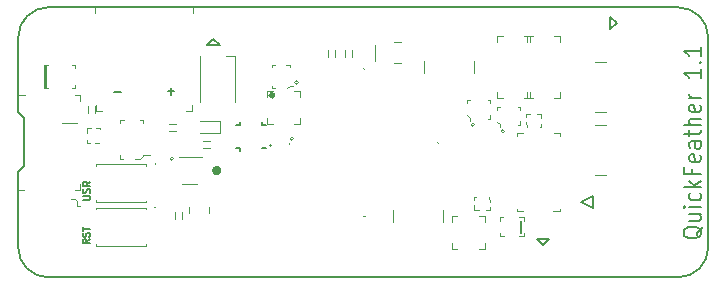
<source format=gbr>
G04 #@! TF.GenerationSoftware,KiCad,Pcbnew,5.1.5+dfsg1-2~bpo10+1*
G04 #@! TF.CreationDate,2020-03-31T11:43:15+02:00*
G04 #@! TF.ProjectId,quickfeather-board,71756963-6b66-4656-9174-6865722d626f,rev?*
G04 #@! TF.SameCoordinates,Original*
G04 #@! TF.FileFunction,Legend,Top*
G04 #@! TF.FilePolarity,Positive*
%FSLAX46Y46*%
G04 Gerber Fmt 4.6, Leading zero omitted, Abs format (unit mm)*
G04 Created by KiCad (PCBNEW 5.1.5+dfsg1-2~bpo10+1) date 2020-03-31 11:43:15*
%MOMM*%
%LPD*%
G04 APERTURE LIST*
%ADD10C,0.200000*%
%ADD11C,0.150000*%
%ADD12C,0.400000*%
%ADD13C,0.100000*%
%ADD14C,0.127000*%
%ADD15C,0.120000*%
G04 APERTURE END LIST*
D10*
X181081728Y-112153600D02*
X181010300Y-112277409D01*
X180867442Y-112401219D01*
X180653157Y-112586933D01*
X180581728Y-112710742D01*
X180581728Y-112834552D01*
X180938871Y-112772647D02*
X180867442Y-112896457D01*
X180724585Y-113020266D01*
X180438871Y-113082171D01*
X179938871Y-113082171D01*
X179653157Y-113020266D01*
X179510300Y-112896457D01*
X179438871Y-112772647D01*
X179438871Y-112525028D01*
X179510300Y-112401219D01*
X179653157Y-112277409D01*
X179938871Y-112215504D01*
X180438871Y-112215504D01*
X180724585Y-112277409D01*
X180867442Y-112401219D01*
X180938871Y-112525028D01*
X180938871Y-112772647D01*
X179938871Y-111101219D02*
X180938871Y-111101219D01*
X179938871Y-111658361D02*
X180724585Y-111658361D01*
X180867442Y-111596457D01*
X180938871Y-111472647D01*
X180938871Y-111286933D01*
X180867442Y-111163123D01*
X180796014Y-111101219D01*
X180938871Y-110482171D02*
X179938871Y-110482171D01*
X179438871Y-110482171D02*
X179510300Y-110544076D01*
X179581728Y-110482171D01*
X179510300Y-110420266D01*
X179438871Y-110482171D01*
X179581728Y-110482171D01*
X180867442Y-109305980D02*
X180938871Y-109429790D01*
X180938871Y-109677409D01*
X180867442Y-109801219D01*
X180796014Y-109863123D01*
X180653157Y-109925028D01*
X180224585Y-109925028D01*
X180081728Y-109863123D01*
X180010300Y-109801219D01*
X179938871Y-109677409D01*
X179938871Y-109429790D01*
X180010300Y-109305980D01*
X180938871Y-108748838D02*
X179438871Y-108748838D01*
X180367442Y-108625028D02*
X180938871Y-108253600D01*
X179938871Y-108253600D02*
X180510300Y-108748838D01*
X180153157Y-107263123D02*
X180153157Y-107696457D01*
X180938871Y-107696457D02*
X179438871Y-107696457D01*
X179438871Y-107077409D01*
X180867442Y-106086933D02*
X180938871Y-106210742D01*
X180938871Y-106458361D01*
X180867442Y-106582171D01*
X180724585Y-106644076D01*
X180153157Y-106644076D01*
X180010300Y-106582171D01*
X179938871Y-106458361D01*
X179938871Y-106210742D01*
X180010300Y-106086933D01*
X180153157Y-106025028D01*
X180296014Y-106025028D01*
X180438871Y-106644076D01*
X180938871Y-104910742D02*
X180153157Y-104910742D01*
X180010300Y-104972647D01*
X179938871Y-105096457D01*
X179938871Y-105344076D01*
X180010300Y-105467885D01*
X180867442Y-104910742D02*
X180938871Y-105034552D01*
X180938871Y-105344076D01*
X180867442Y-105467885D01*
X180724585Y-105529790D01*
X180581728Y-105529790D01*
X180438871Y-105467885D01*
X180367442Y-105344076D01*
X180367442Y-105034552D01*
X180296014Y-104910742D01*
X179938871Y-104477409D02*
X179938871Y-103982171D01*
X179438871Y-104291695D02*
X180724585Y-104291695D01*
X180867442Y-104229790D01*
X180938871Y-104105980D01*
X180938871Y-103982171D01*
X180938871Y-103548838D02*
X179438871Y-103548838D01*
X180938871Y-102991695D02*
X180153157Y-102991695D01*
X180010300Y-103053600D01*
X179938871Y-103177409D01*
X179938871Y-103363123D01*
X180010300Y-103486933D01*
X180081728Y-103548838D01*
X180867442Y-101877409D02*
X180938871Y-102001219D01*
X180938871Y-102248838D01*
X180867442Y-102372647D01*
X180724585Y-102434552D01*
X180153157Y-102434552D01*
X180010300Y-102372647D01*
X179938871Y-102248838D01*
X179938871Y-102001219D01*
X180010300Y-101877409D01*
X180153157Y-101815504D01*
X180296014Y-101815504D01*
X180438871Y-102434552D01*
X180938871Y-101258361D02*
X179938871Y-101258361D01*
X180224585Y-101258361D02*
X180081728Y-101196457D01*
X180010300Y-101134552D01*
X179938871Y-101010742D01*
X179938871Y-100886933D01*
X180938871Y-98782171D02*
X180938871Y-99525028D01*
X180938871Y-99153600D02*
X179438871Y-99153600D01*
X179653157Y-99277409D01*
X179796014Y-99401219D01*
X179867442Y-99525028D01*
X180796014Y-98225028D02*
X180867442Y-98163123D01*
X180938871Y-98225028D01*
X180867442Y-98286933D01*
X180796014Y-98225028D01*
X180938871Y-98225028D01*
X180938871Y-96925028D02*
X180938871Y-97667885D01*
X180938871Y-97296457D02*
X179438871Y-97296457D01*
X179653157Y-97420266D01*
X179796014Y-97544076D01*
X179867442Y-97667885D01*
D11*
X131766666Y-100750000D02*
X131233333Y-100750000D01*
X136050000Y-100966666D02*
X136050000Y-100433333D01*
X136316666Y-100700000D02*
X135783333Y-100700000D01*
X129151428Y-113218571D02*
X128865714Y-113418571D01*
X129151428Y-113561428D02*
X128551428Y-113561428D01*
X128551428Y-113332857D01*
X128580000Y-113275714D01*
X128608571Y-113247142D01*
X128665714Y-113218571D01*
X128751428Y-113218571D01*
X128808571Y-113247142D01*
X128837142Y-113275714D01*
X128865714Y-113332857D01*
X128865714Y-113561428D01*
X129122857Y-112990000D02*
X129151428Y-112904285D01*
X129151428Y-112761428D01*
X129122857Y-112704285D01*
X129094285Y-112675714D01*
X129037142Y-112647142D01*
X128980000Y-112647142D01*
X128922857Y-112675714D01*
X128894285Y-112704285D01*
X128865714Y-112761428D01*
X128837142Y-112875714D01*
X128808571Y-112932857D01*
X128780000Y-112961428D01*
X128722857Y-112990000D01*
X128665714Y-112990000D01*
X128608571Y-112961428D01*
X128580000Y-112932857D01*
X128551428Y-112875714D01*
X128551428Y-112732857D01*
X128580000Y-112647142D01*
X128551428Y-112475714D02*
X128551428Y-112132857D01*
X129151428Y-112304285D02*
X128551428Y-112304285D01*
X128571428Y-109887142D02*
X129057142Y-109887142D01*
X129114285Y-109858571D01*
X129142857Y-109830000D01*
X129171428Y-109772857D01*
X129171428Y-109658571D01*
X129142857Y-109601428D01*
X129114285Y-109572857D01*
X129057142Y-109544285D01*
X128571428Y-109544285D01*
X129142857Y-109287142D02*
X129171428Y-109201428D01*
X129171428Y-109058571D01*
X129142857Y-109001428D01*
X129114285Y-108972857D01*
X129057142Y-108944285D01*
X129000000Y-108944285D01*
X128942857Y-108972857D01*
X128914285Y-109001428D01*
X128885714Y-109058571D01*
X128857142Y-109172857D01*
X128828571Y-109230000D01*
X128800000Y-109258571D01*
X128742857Y-109287142D01*
X128685714Y-109287142D01*
X128628571Y-109258571D01*
X128600000Y-109230000D01*
X128571428Y-109172857D01*
X128571428Y-109030000D01*
X128600000Y-108944285D01*
X129171428Y-108344285D02*
X128885714Y-108544285D01*
X129171428Y-108687142D02*
X128571428Y-108687142D01*
X128571428Y-108458571D01*
X128600000Y-108401428D01*
X128628571Y-108372857D01*
X128685714Y-108344285D01*
X128771428Y-108344285D01*
X128828571Y-108372857D01*
X128857142Y-108401428D01*
X128885714Y-108458571D01*
X128885714Y-108687142D01*
X123101100Y-102463600D02*
X123609100Y-102971600D01*
X123609100Y-102971600D02*
X123609100Y-107035600D01*
X123609100Y-107035600D02*
X123101100Y-107543600D01*
X178981100Y-93573600D02*
G75*
G02X181521100Y-96113600I0J-2540000D01*
G01*
X181521100Y-113893600D02*
G75*
G02X178981100Y-116433600I-2540000J0D01*
G01*
X125641100Y-116433600D02*
X178981100Y-116433600D01*
X181521100Y-113893600D02*
X181521100Y-96113600D01*
X178981100Y-93573600D02*
X125641100Y-93573600D01*
X123101100Y-96113600D02*
G75*
G02X125641100Y-93573600I2540000J0D01*
G01*
X123101100Y-96113600D02*
X123101100Y-102463600D01*
X123101100Y-107543600D02*
X123101100Y-113893600D01*
X125641100Y-116433600D02*
G75*
G02X123101100Y-113893600I0J2540000D01*
G01*
D12*
X144680000Y-101007000D02*
G75*
G03X144680000Y-101007000I-100000J0D01*
G01*
D10*
X171732000Y-109575600D02*
X170716000Y-110083600D01*
X171732000Y-110591600D02*
X171732000Y-109575600D01*
X170716000Y-110083600D02*
X171732000Y-110591600D01*
D13*
X165360000Y-104243600D02*
X165860000Y-104243600D01*
X165360000Y-104443600D02*
X165360000Y-104243600D01*
X168960000Y-104243600D02*
X168460000Y-104243600D01*
X168960000Y-104443600D02*
X168960000Y-104243600D01*
X168960000Y-110843600D02*
X168360000Y-110843600D01*
X168960000Y-110643600D02*
X168960000Y-110843600D01*
X165360000Y-110643600D02*
X165360000Y-110843600D01*
X165360000Y-110843600D02*
X165860000Y-110843600D01*
D14*
X134712250Y-110513200D02*
G75*
G03X134712250Y-110513200I-15650J0D01*
G01*
D15*
X133930000Y-110550000D02*
X133930000Y-110670000D01*
X133930000Y-113750000D02*
X133930000Y-113650000D01*
X129730000Y-113750000D02*
X133930000Y-113750000D01*
X129730000Y-113730000D02*
X129730000Y-113610000D01*
X129730000Y-110550000D02*
X129730000Y-110670000D01*
X129730000Y-110550000D02*
X133930000Y-110550000D01*
D14*
X134712250Y-106813200D02*
G75*
G03X134712250Y-106813200I-15650J0D01*
G01*
D15*
X133930000Y-106850000D02*
X133930000Y-106970000D01*
X133930000Y-110050000D02*
X133930000Y-109950000D01*
X129730000Y-110050000D02*
X133930000Y-110050000D01*
X129730000Y-110030000D02*
X129730000Y-109910000D01*
X129730000Y-106850000D02*
X129730000Y-106970000D01*
X129730000Y-106850000D02*
X133930000Y-106850000D01*
D13*
X128095060Y-110426700D02*
X128295060Y-110426700D01*
X128095060Y-109976700D02*
X128095060Y-110426700D01*
X127895060Y-109776700D02*
X128095060Y-109976700D01*
X127595060Y-109776700D02*
X127895060Y-109776700D01*
X146407276Y-104701034D02*
G75*
G03X146407276Y-104701034I-148660J0D01*
G01*
D15*
X146066750Y-105060711D02*
X145996039Y-105131421D01*
X152360000Y-111212540D02*
X152430711Y-111283250D01*
X152289289Y-111283250D02*
X152360000Y-111212540D01*
X158582540Y-104990000D02*
X158653250Y-105060711D01*
X158653250Y-104919289D02*
X158582540Y-104990000D01*
X152360000Y-98767460D02*
X152289289Y-98696750D01*
X152430711Y-98696750D02*
X152360000Y-98767460D01*
X172911000Y-103523000D02*
X171911000Y-103523000D01*
X172911000Y-107763000D02*
X171911000Y-107763000D01*
X154870000Y-110760000D02*
X154870000Y-111760000D01*
X159110000Y-110760000D02*
X159110000Y-111760000D01*
X172911000Y-98223000D02*
X171911000Y-98223000D01*
X172911000Y-102463000D02*
X171911000Y-102463000D01*
X157480000Y-98140000D02*
X157480000Y-99140000D01*
X161720000Y-98140000D02*
X161720000Y-99140000D01*
X139230000Y-110480000D02*
X139230000Y-110980000D01*
X137530000Y-110480000D02*
X137530000Y-110980000D01*
D11*
X144536158Y-105270000D02*
G75*
G03X144536158Y-105270000I-76158J0D01*
G01*
X144050000Y-105470000D02*
X143775000Y-105470000D01*
X143750000Y-103570000D02*
X143750000Y-103270000D01*
X144050000Y-103570000D02*
X143750000Y-103570000D01*
X141850000Y-103570000D02*
X141850000Y-103270000D01*
X141550000Y-103570000D02*
X141850000Y-103570000D01*
X141850000Y-105470000D02*
X141850000Y-105770000D01*
X141550000Y-105470000D02*
X141850000Y-105470000D01*
D13*
X146830000Y-99940000D02*
G75*
G03X146830000Y-99940000I-150000J0D01*
G01*
X144605000Y-98465000D02*
X144855000Y-98465000D01*
X144605000Y-100415000D02*
X144855000Y-100415000D01*
X146105000Y-100215000D02*
X146330000Y-100215000D01*
X145880000Y-100415000D02*
X146105000Y-100215000D01*
X146155000Y-98490000D02*
X145805000Y-98490000D01*
X146155000Y-98665000D02*
X146155000Y-98490000D01*
X144605000Y-98665000D02*
X144605000Y-98465000D01*
X144605000Y-100415000D02*
X144605000Y-100215000D01*
X164290000Y-104060000D02*
G75*
G03X164290000Y-104060000I-150000J0D01*
G01*
X165615000Y-101985000D02*
X165615000Y-102235000D01*
X163665000Y-101985000D02*
X163665000Y-102235000D01*
X163865000Y-103485000D02*
X163865000Y-103710000D01*
X163665000Y-103260000D02*
X163865000Y-103485000D01*
X165590000Y-103535000D02*
X165590000Y-103185000D01*
X165415000Y-103535000D02*
X165590000Y-103535000D01*
X165415000Y-101985000D02*
X165615000Y-101985000D01*
X163665000Y-101985000D02*
X163865000Y-101985000D01*
X161740000Y-103530000D02*
G75*
G03X161740000Y-103530000I-150000J0D01*
G01*
X163065000Y-101455000D02*
X163065000Y-101705000D01*
X161115000Y-101455000D02*
X161115000Y-101705000D01*
X161315000Y-102955000D02*
X161315000Y-103180000D01*
X161115000Y-102730000D02*
X161315000Y-102955000D01*
X163040000Y-103005000D02*
X163040000Y-102655000D01*
X162865000Y-103005000D02*
X163040000Y-103005000D01*
X162865000Y-101455000D02*
X163065000Y-101455000D01*
X161115000Y-101455000D02*
X161315000Y-101455000D01*
X166411100Y-101283600D02*
X166411100Y-100783600D01*
X166411100Y-101283600D02*
X165911100Y-101283600D01*
X166411100Y-95983600D02*
X166411100Y-96483600D01*
X166411100Y-95983600D02*
X165911100Y-95983600D01*
X163611100Y-95983600D02*
X163611100Y-96483600D01*
X163611100Y-95983600D02*
X164111100Y-95983600D01*
X163611100Y-101283600D02*
X163611100Y-100783600D01*
X163611100Y-101283600D02*
X164111100Y-101283600D01*
X166151000Y-101283000D02*
X166651000Y-101283000D01*
X166151000Y-101283000D02*
X166151000Y-100783000D01*
X166151000Y-95983000D02*
X166651000Y-95983000D01*
X166151000Y-95983000D02*
X166151000Y-96483000D01*
X168951000Y-95983000D02*
X168451000Y-95983000D01*
X168951000Y-95983000D02*
X168951000Y-96483000D01*
X168951000Y-101283000D02*
X168451000Y-101283000D01*
X168951000Y-101283000D02*
X168951000Y-100783000D01*
D15*
X140700000Y-97680000D02*
X141500000Y-97680000D01*
X141500000Y-97680000D02*
X141500000Y-101580000D01*
X138500000Y-97680000D02*
X138500000Y-101580000D01*
D11*
X167526000Y-113728000D02*
X168051000Y-113203000D01*
X167001000Y-113203000D02*
X167526000Y-113728000D01*
X168051000Y-113203000D02*
X167001000Y-113203000D01*
D13*
X136260000Y-106400000D02*
G75*
G03X136260000Y-106400000I-150000J0D01*
G01*
D15*
X136735000Y-106250000D02*
X138635000Y-106250000D01*
X136960000Y-108550000D02*
X138260000Y-108550000D01*
D12*
X140100000Y-107400000D02*
G75*
G03X140100000Y-107400000I-200000J0D01*
G01*
D13*
X129619100Y-93550000D02*
X129619100Y-94050000D01*
X129619100Y-93550000D02*
X130119100Y-93550000D01*
X137919100Y-93550000D02*
X137419100Y-93550000D01*
X137919100Y-93550000D02*
X137919100Y-94050000D01*
X137819100Y-102350000D02*
X137319100Y-102350000D01*
X137819100Y-102350000D02*
X137819100Y-101850000D01*
X129719100Y-102350000D02*
X130219100Y-102350000D01*
X129719100Y-102350000D02*
X129719100Y-101850000D01*
X128370000Y-101003600D02*
X127870000Y-101003600D01*
X128370000Y-101003600D02*
X128370000Y-101503600D01*
X123120000Y-101003600D02*
X123670000Y-101003600D01*
X123120000Y-101003600D02*
X123120000Y-101503600D01*
X128120000Y-103403600D02*
X126820000Y-103403600D01*
X128370000Y-109003600D02*
X127870000Y-109003600D01*
X128370000Y-109003600D02*
X128370000Y-108503600D01*
X123120000Y-109003600D02*
X123620000Y-109003600D01*
X123120000Y-109003600D02*
X123120000Y-108503600D01*
X125475000Y-98475000D02*
X125475000Y-100425000D01*
X125375000Y-98475000D02*
X125375000Y-100425000D01*
X127925000Y-98475000D02*
X127925000Y-98700000D01*
X127625000Y-98475000D02*
X127925000Y-98475000D01*
X127925000Y-100425000D02*
X127675000Y-100425000D01*
X127925000Y-100175000D02*
X127925000Y-100425000D01*
X125275000Y-98475000D02*
X125275000Y-100425000D01*
X125625000Y-98475000D02*
X125275000Y-98475000D01*
X125625000Y-100425000D02*
X125275000Y-100425000D01*
D15*
X140230000Y-103230000D02*
X138530000Y-103230000D01*
X140230000Y-104030000D02*
X140230000Y-103230000D01*
X140230000Y-104230000D02*
X140230000Y-104030000D01*
X140130000Y-104230000D02*
X140230000Y-104230000D01*
X140030000Y-104230000D02*
X140130000Y-104230000D01*
X140030000Y-104230000D02*
X138530000Y-104230000D01*
X128990000Y-102530000D02*
X128990000Y-101930000D01*
X129590000Y-102530000D02*
X129590000Y-101930000D01*
X139350000Y-105500000D02*
X138750000Y-105500000D01*
X139350000Y-104900000D02*
X138750000Y-104900000D01*
X135890000Y-103420000D02*
X136490000Y-103420000D01*
X135890000Y-104020000D02*
X136490000Y-104020000D01*
X136380000Y-111480000D02*
X136380000Y-110880000D01*
X136980000Y-111480000D02*
X136980000Y-110880000D01*
D13*
X155230000Y-96530000D02*
X155530000Y-96530000D01*
X155230000Y-96530000D02*
X154930000Y-96530000D01*
X155230000Y-98330000D02*
X155530000Y-98330000D01*
X155230000Y-98330000D02*
X154930000Y-98330000D01*
X153330000Y-96730000D02*
X153330000Y-98130000D01*
D15*
X149350000Y-97750000D02*
X149350000Y-97150000D01*
X149950000Y-97750000D02*
X149950000Y-97150000D01*
X150740000Y-97750000D02*
X150740000Y-97150000D01*
X151340000Y-97750000D02*
X151340000Y-97150000D01*
D13*
X131700000Y-106055000D02*
X131700000Y-106380000D01*
X131700000Y-106380000D02*
X132000000Y-106380000D01*
X133700000Y-103405000D02*
X133700000Y-103080000D01*
X133700000Y-103080000D02*
X133400000Y-103080000D01*
X131700000Y-103380000D02*
X131700000Y-103080000D01*
X131700000Y-103080000D02*
X132025000Y-103080000D01*
X133375000Y-106380000D02*
X133700000Y-106155000D01*
X133700000Y-106155000D02*
X133700000Y-106055000D01*
X133700000Y-106055000D02*
X134225000Y-106055000D01*
X133375000Y-106380000D02*
X133000000Y-106380000D01*
D11*
X173235000Y-94357000D02*
X173235000Y-95407000D01*
X173235000Y-95407000D02*
X173760000Y-94882000D01*
X173760000Y-94882000D02*
X173235000Y-94357000D01*
D13*
X146948100Y-100670000D02*
X146448100Y-100670000D01*
X146948100Y-100670000D02*
X146948100Y-101170000D01*
X144150000Y-100670000D02*
X144650000Y-100670000D01*
X144150000Y-100670000D02*
X144150000Y-101170000D01*
X144150000Y-103470000D02*
X144650000Y-103470000D01*
X144150000Y-103470000D02*
X144150000Y-102970000D01*
X146948100Y-103470000D02*
X146448100Y-103470000D01*
X146948100Y-103470000D02*
X146948100Y-102970000D01*
X162594100Y-111224000D02*
X162094100Y-111224000D01*
X162594100Y-111224000D02*
X162594100Y-111724000D01*
X159796000Y-111224000D02*
X160296000Y-111224000D01*
X159796000Y-111224000D02*
X159796000Y-111724000D01*
X159796000Y-114024000D02*
X160296000Y-114024000D01*
X159796000Y-114024000D02*
X159796000Y-113524000D01*
X162594100Y-114024000D02*
X162094100Y-114024000D01*
X162594100Y-114024000D02*
X162594100Y-113524000D01*
D11*
X139636000Y-96278000D02*
X139111000Y-96803000D01*
X139111000Y-96803000D02*
X140161000Y-96803000D01*
X140161000Y-96803000D02*
X139636000Y-96278000D01*
D13*
X161730000Y-110720000D02*
X161730000Y-110345000D01*
X162130000Y-110720000D02*
X161730000Y-110720000D01*
X161730000Y-109620000D02*
X161830000Y-109620000D01*
X161730000Y-109895000D02*
X161730000Y-109620000D01*
X163030000Y-110720000D02*
X163030000Y-110445000D01*
X162705000Y-110720000D02*
X163030000Y-110720000D01*
X162955000Y-109795000D02*
X162955000Y-109645000D01*
X163030000Y-109895000D02*
X162955000Y-109795000D01*
X163030000Y-109895000D02*
X163030000Y-110020000D01*
X167400000Y-102590000D02*
X167400000Y-102965000D01*
X167000000Y-102590000D02*
X167400000Y-102590000D01*
X167400000Y-103690000D02*
X167300000Y-103690000D01*
X167400000Y-103415000D02*
X167400000Y-103690000D01*
X166100000Y-102590000D02*
X166100000Y-102865000D01*
X166425000Y-102590000D02*
X166100000Y-102590000D01*
X166175000Y-103515000D02*
X166175000Y-103665000D01*
X166100000Y-103415000D02*
X166175000Y-103515000D01*
X166100000Y-103415000D02*
X166100000Y-103290000D01*
X128900000Y-103800000D02*
X129275000Y-103800000D01*
X128900000Y-104200000D02*
X128900000Y-103800000D01*
X130000000Y-103800000D02*
X130000000Y-103900000D01*
X129725000Y-103800000D02*
X130000000Y-103800000D01*
X128900000Y-105100000D02*
X129175000Y-105100000D01*
X128900000Y-104775000D02*
X128900000Y-105100000D01*
X129825000Y-105025000D02*
X129975000Y-105025000D01*
X129725000Y-105100000D02*
X129825000Y-105025000D01*
X129725000Y-105100000D02*
X129600000Y-105100000D01*
X165920300Y-112976700D02*
X165920300Y-112676700D01*
X165545300Y-112976700D02*
X165920300Y-112976700D01*
X163870300Y-112976700D02*
X163870300Y-112701700D01*
X164195300Y-112976700D02*
X163870300Y-112976700D01*
X163870300Y-111326700D02*
X164170300Y-111326700D01*
X163870300Y-111651700D02*
X163870300Y-111326700D01*
X165545300Y-111336700D02*
X165920300Y-111336700D01*
X165920300Y-111636700D02*
X165920300Y-111336700D01*
X165595300Y-112651700D02*
X165695300Y-112651700D01*
X165595300Y-111651700D02*
X165595300Y-112651700D01*
X165695300Y-111651700D02*
X165595300Y-111651700D01*
X165695300Y-112651700D02*
X165695300Y-111651700D01*
M02*

</source>
